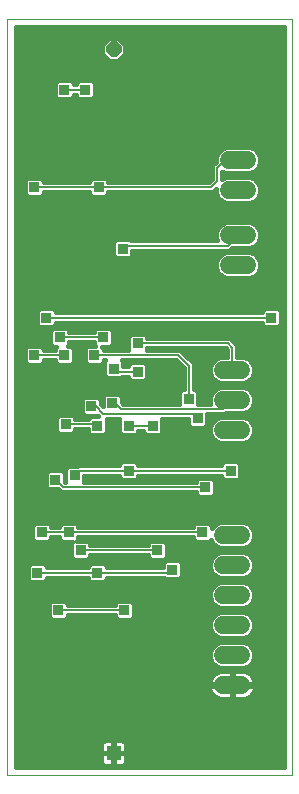
<source format=gbl>
G75*
%MOIN*%
%OFA0B0*%
%FSLAX24Y24*%
%IPPOS*%
%LPD*%
%AMOC8*
5,1,8,0,0,1.08239X$1,22.5*
%
%ADD10C,0.0000*%
%ADD11OC8,0.0502*%
%ADD12R,0.0502X0.0502*%
%ADD13C,0.0600*%
%ADD14C,0.0160*%
%ADD15R,0.0356X0.0356*%
%ADD16C,0.0060*%
D10*
X000180Y000180D02*
X000180Y025380D01*
X009680Y025380D01*
X009680Y000180D01*
X000180Y000180D01*
D11*
X003727Y024370D03*
D12*
X003727Y000905D03*
D13*
X007380Y003180D02*
X007980Y003180D01*
X007980Y004180D02*
X007380Y004180D01*
X007380Y005180D02*
X007980Y005180D01*
X007980Y006180D02*
X007380Y006180D01*
X007380Y007180D02*
X007980Y007180D01*
X007980Y008180D02*
X007380Y008180D01*
X007380Y011680D02*
X007980Y011680D01*
X007980Y012680D02*
X007380Y012680D01*
X007380Y013680D02*
X007980Y013680D01*
X008180Y017180D02*
X007580Y017180D01*
X007580Y018180D02*
X008180Y018180D01*
X008180Y019680D02*
X007580Y019680D01*
X007580Y020680D02*
X008180Y020680D01*
D14*
X008268Y020240D02*
X008429Y020307D01*
X008553Y020431D01*
X008620Y020592D01*
X008620Y020768D01*
X008553Y020929D01*
X008429Y021053D01*
X008268Y021120D01*
X007492Y021120D01*
X007331Y021053D01*
X007207Y020929D01*
X007140Y020768D01*
X007140Y020630D01*
X007010Y020500D01*
X007010Y020050D01*
X006910Y019950D01*
X003548Y019950D01*
X003548Y020016D01*
X003466Y020098D01*
X002994Y020098D01*
X002912Y020016D01*
X002912Y019950D01*
X001398Y019950D01*
X001398Y020016D01*
X001316Y020098D01*
X000844Y020098D01*
X000762Y020016D01*
X000762Y019544D01*
X000844Y019462D01*
X001316Y019462D01*
X001398Y019544D01*
X001398Y019610D01*
X002912Y019610D01*
X002912Y019544D01*
X002994Y019462D01*
X003466Y019462D01*
X003548Y019544D01*
X003548Y019610D01*
X007050Y019610D01*
X007140Y019700D01*
X007140Y019592D01*
X007207Y019431D01*
X007331Y019307D01*
X007492Y019240D01*
X008268Y019240D01*
X008429Y019307D01*
X008553Y019431D01*
X008620Y019592D01*
X008620Y019768D01*
X008553Y019929D01*
X008429Y020053D01*
X008268Y020120D01*
X007492Y020120D01*
X007350Y020061D01*
X007350Y020299D01*
X007492Y020240D01*
X008268Y020240D01*
X008432Y020310D02*
X009400Y020310D01*
X009400Y020468D02*
X008568Y020468D01*
X008620Y020627D02*
X009400Y020627D01*
X009400Y020785D02*
X008613Y020785D01*
X008539Y020944D02*
X009400Y020944D01*
X009400Y021102D02*
X008311Y021102D01*
X008490Y019993D02*
X009400Y019993D01*
X009400Y020151D02*
X007350Y020151D01*
X007140Y019676D02*
X007116Y019676D01*
X007171Y019517D02*
X003521Y019517D01*
X003548Y019993D02*
X006952Y019993D01*
X007010Y020151D02*
X000460Y020151D01*
X000460Y019993D02*
X000762Y019993D01*
X000762Y019834D02*
X000460Y019834D01*
X000460Y019676D02*
X000762Y019676D01*
X000789Y019517D02*
X000460Y019517D01*
X000460Y019359D02*
X007279Y019359D01*
X007492Y018620D02*
X007331Y018553D01*
X007207Y018429D01*
X007140Y018268D01*
X007140Y018092D01*
X007178Y018000D01*
X004314Y018000D01*
X004266Y018048D01*
X003794Y018048D01*
X003712Y017966D01*
X003712Y017494D01*
X003794Y017412D01*
X004266Y017412D01*
X004348Y017494D01*
X004348Y017660D01*
X007600Y017660D01*
X007680Y017740D01*
X008268Y017740D01*
X008429Y017807D01*
X008553Y017931D01*
X008620Y018092D01*
X008620Y018268D01*
X008553Y018429D01*
X008429Y018553D01*
X008268Y018620D01*
X007492Y018620D01*
X007362Y018566D02*
X000460Y018566D01*
X000460Y018408D02*
X007198Y018408D01*
X007140Y018249D02*
X000460Y018249D01*
X000460Y018091D02*
X007141Y018091D01*
X007331Y017553D02*
X007207Y017429D01*
X007140Y017268D01*
X007140Y017092D01*
X007207Y016931D01*
X007331Y016807D01*
X007492Y016740D01*
X008268Y016740D01*
X008429Y016807D01*
X008553Y016931D01*
X008620Y017092D01*
X008620Y017268D01*
X008553Y017429D01*
X008429Y017553D01*
X008268Y017620D01*
X007492Y017620D01*
X007331Y017553D01*
X007234Y017457D02*
X004311Y017457D01*
X004348Y017615D02*
X007480Y017615D01*
X007153Y017298D02*
X000460Y017298D01*
X000460Y017140D02*
X007140Y017140D01*
X007186Y016981D02*
X000460Y016981D01*
X000460Y016823D02*
X007315Y016823D01*
X007600Y014750D02*
X004848Y014750D01*
X004848Y014816D01*
X004766Y014898D01*
X004294Y014898D01*
X004212Y014816D01*
X004212Y014350D01*
X003398Y014350D01*
X003398Y014416D01*
X003352Y014462D01*
X003616Y014462D01*
X003698Y014544D01*
X003698Y015016D01*
X003616Y015098D01*
X003144Y015098D01*
X003062Y015016D01*
X003062Y014950D01*
X002248Y014950D01*
X002248Y015016D01*
X002166Y015098D01*
X001694Y015098D01*
X001612Y015016D01*
X001612Y014544D01*
X001694Y014462D01*
X001808Y014462D01*
X001762Y014416D01*
X001762Y014350D01*
X001398Y014350D01*
X001398Y014416D01*
X001316Y014498D01*
X000844Y014498D01*
X000762Y014416D01*
X000762Y013944D01*
X000844Y013862D01*
X001316Y013862D01*
X001398Y013944D01*
X001398Y014010D01*
X001762Y014010D01*
X001762Y013944D01*
X001844Y013862D01*
X002316Y013862D01*
X002398Y013944D01*
X002398Y014416D01*
X002316Y014498D01*
X002202Y014498D01*
X002248Y014544D01*
X002248Y014610D01*
X003062Y014610D01*
X003062Y014544D01*
X003108Y014498D01*
X002844Y014498D01*
X002762Y014416D01*
X002762Y013944D01*
X002844Y013862D01*
X003316Y013862D01*
X003398Y013944D01*
X003398Y014010D01*
X003456Y014010D01*
X003412Y013966D01*
X003412Y013494D01*
X000460Y013494D01*
X000460Y013336D02*
X004270Y013336D01*
X004294Y013312D02*
X004766Y013312D01*
X004848Y013394D01*
X004848Y013866D01*
X004766Y013948D01*
X004294Y013948D01*
X004212Y013866D01*
X004212Y013800D01*
X004048Y013800D01*
X004048Y013966D01*
X004004Y014010D01*
X005810Y014010D01*
X006060Y013760D01*
X006060Y013048D01*
X005994Y013048D01*
X005912Y012966D01*
X005912Y012550D01*
X004050Y012550D01*
X003998Y012602D01*
X003998Y012816D01*
X003916Y012898D01*
X003444Y012898D01*
X003362Y012816D01*
X003362Y012489D01*
X003298Y012552D01*
X003298Y012716D01*
X003216Y012798D01*
X002744Y012798D01*
X002662Y012716D01*
X002662Y012244D01*
X002744Y012162D01*
X003208Y012162D01*
X003221Y012148D01*
X002944Y012148D01*
X002862Y012066D01*
X002862Y012050D01*
X002448Y012050D01*
X002448Y012116D01*
X002366Y012198D01*
X001894Y012198D01*
X001812Y012116D01*
X001812Y011644D01*
X001894Y011562D01*
X002366Y011562D01*
X002448Y011644D01*
X002448Y011710D01*
X002862Y011710D01*
X002862Y011594D01*
X002944Y011512D01*
X003416Y011512D01*
X003498Y011594D01*
X003498Y012060D01*
X003912Y012060D01*
X003912Y011594D01*
X003994Y011512D01*
X004466Y011512D01*
X004548Y011594D01*
X004548Y011660D01*
X004712Y011660D01*
X004712Y011594D01*
X004794Y011512D01*
X005266Y011512D01*
X005348Y011594D01*
X005348Y012060D01*
X006212Y012060D01*
X006212Y011844D01*
X006294Y011762D01*
X006766Y011762D01*
X006848Y011844D01*
X006848Y012210D01*
X007450Y012210D01*
X007480Y012240D01*
X008068Y012240D01*
X008229Y012307D01*
X008353Y012431D01*
X008420Y012592D01*
X008420Y012768D01*
X008353Y012929D01*
X008229Y013053D01*
X008068Y013120D01*
X007292Y013120D01*
X007131Y013053D01*
X007007Y012929D01*
X006940Y012768D01*
X006940Y012592D01*
X006958Y012550D01*
X006548Y012550D01*
X006548Y012966D01*
X006466Y013048D01*
X006400Y013048D01*
X006400Y013900D01*
X006050Y014250D01*
X005950Y014350D01*
X004848Y014350D01*
X004848Y014410D01*
X007460Y014410D01*
X007510Y014360D01*
X007510Y014120D01*
X007292Y014120D01*
X007131Y014053D01*
X007007Y013929D01*
X006940Y013768D01*
X006940Y013592D01*
X007007Y013431D01*
X007131Y013307D01*
X007292Y013240D01*
X008068Y013240D01*
X008229Y013307D01*
X008353Y013431D01*
X008420Y013592D01*
X008420Y013768D01*
X008353Y013929D01*
X008229Y014053D01*
X008068Y014120D01*
X007850Y014120D01*
X007850Y014500D01*
X007600Y014750D01*
X007747Y014604D02*
X009400Y014604D01*
X009400Y014762D02*
X004848Y014762D01*
X004848Y013811D02*
X006009Y013811D01*
X006060Y013653D02*
X004848Y013653D01*
X004848Y013494D02*
X006060Y013494D01*
X006060Y013336D02*
X004790Y013336D01*
X004294Y013312D02*
X004212Y013394D01*
X004212Y013460D01*
X004014Y013460D01*
X003966Y013412D01*
X003494Y013412D01*
X003412Y013494D01*
X003412Y013653D02*
X000460Y013653D01*
X000460Y013811D02*
X003412Y013811D01*
X003398Y013970D02*
X003415Y013970D01*
X003369Y014445D02*
X004212Y014445D01*
X004212Y014604D02*
X003698Y014604D01*
X003698Y014762D02*
X004212Y014762D01*
X004045Y013970D02*
X005850Y013970D01*
X006014Y014287D02*
X007510Y014287D01*
X007510Y014128D02*
X006172Y014128D01*
X006331Y013970D02*
X007047Y013970D01*
X006958Y013811D02*
X006400Y013811D01*
X006400Y013653D02*
X006940Y013653D01*
X006981Y013494D02*
X006400Y013494D01*
X006400Y013336D02*
X007102Y013336D01*
X007096Y013019D02*
X006496Y013019D01*
X006548Y012860D02*
X006978Y012860D01*
X006940Y012702D02*
X006548Y012702D01*
X006400Y013177D02*
X009400Y013177D01*
X009400Y013019D02*
X008264Y013019D01*
X008382Y012860D02*
X009400Y012860D01*
X009400Y012702D02*
X008420Y012702D01*
X008400Y012543D02*
X009400Y012543D01*
X009400Y012385D02*
X008307Y012385D01*
X008194Y012068D02*
X009400Y012068D01*
X009400Y012226D02*
X007466Y012226D01*
X007292Y012120D02*
X007131Y012053D01*
X007007Y011929D01*
X006940Y011768D01*
X006940Y011592D01*
X005346Y011592D01*
X005348Y011751D02*
X006940Y011751D01*
X006940Y011592D02*
X007007Y011431D01*
X007131Y011307D01*
X007292Y011240D01*
X008068Y011240D01*
X008229Y011307D01*
X008353Y011431D01*
X008420Y011592D01*
X009400Y011592D01*
X009400Y011434D02*
X008354Y011434D01*
X008420Y011592D02*
X008420Y011768D01*
X008353Y011929D01*
X008229Y012053D01*
X008068Y012120D01*
X007292Y012120D01*
X007166Y012068D02*
X006848Y012068D01*
X006848Y011909D02*
X006999Y011909D01*
X007006Y011434D02*
X000460Y011434D01*
X000460Y011592D02*
X001864Y011592D01*
X001812Y011751D02*
X000460Y011751D01*
X000460Y011909D02*
X001812Y011909D01*
X001812Y012068D02*
X000460Y012068D01*
X000460Y012226D02*
X002680Y012226D01*
X002662Y012385D02*
X000460Y012385D01*
X000460Y012543D02*
X002662Y012543D01*
X002662Y012702D02*
X000460Y012702D01*
X000460Y012860D02*
X003406Y012860D01*
X003362Y012702D02*
X003298Y012702D01*
X003307Y012543D02*
X003362Y012543D01*
X003498Y011909D02*
X003912Y011909D01*
X003912Y011751D02*
X003498Y011751D01*
X003496Y011592D02*
X003914Y011592D01*
X003994Y010648D02*
X003912Y010566D01*
X003912Y010500D01*
X002510Y010500D01*
X002508Y010498D01*
X002194Y010498D01*
X002112Y010416D01*
X002112Y009950D01*
X002100Y009950D01*
X002098Y009952D01*
X002098Y010266D01*
X002016Y010348D01*
X001544Y010348D01*
X001462Y010266D01*
X001462Y009794D01*
X001544Y009712D01*
X001858Y009712D01*
X001860Y009710D01*
X001960Y009610D01*
X006462Y009610D01*
X006462Y009544D01*
X006544Y009462D01*
X007016Y009462D01*
X007098Y009544D01*
X007098Y010016D01*
X007016Y010098D01*
X006544Y010098D01*
X006462Y010016D01*
X006462Y009950D01*
X002748Y009950D01*
X002748Y010160D01*
X003912Y010160D01*
X003912Y010094D01*
X003994Y010012D01*
X004466Y010012D01*
X004548Y010094D01*
X004548Y010160D01*
X007312Y010160D01*
X007312Y010094D01*
X007394Y010012D01*
X007866Y010012D01*
X007948Y010094D01*
X007948Y010566D01*
X007866Y010648D01*
X007394Y010648D01*
X007312Y010566D01*
X007312Y010500D01*
X004548Y010500D01*
X004548Y010566D01*
X004466Y010648D01*
X003994Y010648D01*
X003987Y010641D02*
X000460Y010641D01*
X000460Y010483D02*
X002178Y010483D01*
X002112Y010324D02*
X002040Y010324D01*
X002098Y010166D02*
X002112Y010166D01*
X002098Y010007D02*
X002112Y010007D01*
X001880Y009690D02*
X000460Y009690D01*
X000460Y009532D02*
X006474Y009532D01*
X006462Y010007D02*
X002748Y010007D01*
X002466Y008598D02*
X001994Y008598D01*
X001912Y008516D01*
X001912Y008450D01*
X001648Y008450D01*
X001648Y008516D01*
X001566Y008598D01*
X001094Y008598D01*
X001012Y008516D01*
X001012Y008044D01*
X001094Y007962D01*
X001566Y007962D01*
X001648Y008044D01*
X001648Y008110D01*
X001912Y008110D01*
X001912Y008044D01*
X001994Y007962D01*
X002358Y007962D01*
X002312Y007916D01*
X002312Y007444D01*
X002394Y007362D01*
X002866Y007362D01*
X002948Y007444D01*
X002948Y007510D01*
X004862Y007510D01*
X004862Y007444D01*
X004944Y007362D01*
X005416Y007362D01*
X005498Y007444D01*
X005498Y007916D01*
X005416Y007998D01*
X004944Y007998D01*
X004862Y007916D01*
X004862Y007850D01*
X002948Y007850D01*
X002948Y007916D01*
X002866Y007998D01*
X002502Y007998D01*
X002548Y008044D01*
X002548Y008110D01*
X006362Y008110D01*
X006362Y008044D01*
X006444Y007962D01*
X006916Y007962D01*
X006971Y008017D01*
X007007Y007931D01*
X007131Y007807D01*
X007292Y007740D01*
X008068Y007740D01*
X008229Y007807D01*
X008353Y007931D01*
X008420Y008092D01*
X008420Y008268D01*
X008353Y008429D01*
X008229Y008553D01*
X008068Y008620D01*
X007292Y008620D01*
X007131Y008553D01*
X007007Y008429D01*
X006998Y008408D01*
X006998Y008516D01*
X006916Y008598D01*
X006444Y008598D01*
X006362Y008516D01*
X006362Y008450D01*
X002548Y008450D01*
X002548Y008516D01*
X002466Y008598D01*
X002484Y008581D02*
X006426Y008581D01*
X006362Y008105D02*
X002548Y008105D01*
X002342Y007947D02*
X000460Y007947D01*
X000460Y008105D02*
X001012Y008105D01*
X001012Y008264D02*
X000460Y008264D01*
X000460Y008422D02*
X001012Y008422D01*
X001076Y008581D02*
X000460Y008581D01*
X000460Y008739D02*
X009400Y008739D01*
X009400Y008581D02*
X008163Y008581D01*
X008356Y008422D02*
X009400Y008422D01*
X009400Y008264D02*
X008420Y008264D01*
X008420Y008105D02*
X009400Y008105D01*
X009400Y007947D02*
X008360Y007947D01*
X008183Y007788D02*
X009400Y007788D01*
X009400Y007630D02*
X005498Y007630D01*
X005498Y007788D02*
X007177Y007788D01*
X007292Y007620D02*
X007131Y007553D01*
X007007Y007429D01*
X006940Y007268D01*
X006940Y007092D01*
X007007Y006931D01*
X007131Y006807D01*
X007292Y006740D01*
X008068Y006740D01*
X008229Y006807D01*
X008353Y006931D01*
X008420Y007092D01*
X008420Y007268D01*
X008353Y007429D01*
X008229Y007553D01*
X008068Y007620D01*
X007292Y007620D01*
X007049Y007471D02*
X005498Y007471D01*
X005444Y007348D02*
X005362Y007266D01*
X005362Y007100D01*
X003498Y007100D01*
X003498Y007166D01*
X003416Y007248D01*
X002944Y007248D01*
X002862Y007166D01*
X002862Y007100D01*
X001498Y007100D01*
X001498Y007166D01*
X001416Y007248D01*
X000944Y007248D01*
X000862Y007166D01*
X000862Y006694D01*
X000944Y006612D01*
X001416Y006612D01*
X001498Y006694D01*
X001498Y006760D01*
X002862Y006760D01*
X002862Y006694D01*
X002944Y006612D01*
X003416Y006612D01*
X003498Y006694D01*
X003498Y006760D01*
X005396Y006760D01*
X005444Y006712D01*
X005916Y006712D01*
X005998Y006794D01*
X005998Y007266D01*
X005916Y007348D01*
X005444Y007348D01*
X005408Y007313D02*
X000460Y007313D01*
X000460Y007471D02*
X002312Y007471D01*
X002312Y007630D02*
X000460Y007630D01*
X000460Y007788D02*
X002312Y007788D01*
X001976Y008581D02*
X001584Y008581D01*
X001648Y008105D02*
X001912Y008105D01*
X001498Y007154D02*
X002862Y007154D01*
X002877Y006679D02*
X001483Y006679D01*
X001644Y005998D02*
X001562Y005916D01*
X001562Y005444D01*
X001644Y005362D01*
X002116Y005362D01*
X002198Y005444D01*
X002198Y005510D01*
X003762Y005510D01*
X003762Y005444D01*
X003844Y005362D01*
X004316Y005362D01*
X004398Y005444D01*
X004398Y005916D01*
X004316Y005998D01*
X003844Y005998D01*
X003762Y005916D01*
X003762Y005850D01*
X002198Y005850D01*
X002198Y005916D01*
X002116Y005998D01*
X001644Y005998D01*
X001562Y005886D02*
X000460Y005886D01*
X000460Y005728D02*
X001562Y005728D01*
X001562Y005569D02*
X000460Y005569D01*
X000460Y005411D02*
X001595Y005411D01*
X002165Y005411D02*
X003795Y005411D01*
X003762Y005886D02*
X002198Y005886D01*
X002948Y007471D02*
X004862Y007471D01*
X004892Y007947D02*
X002918Y007947D01*
X003498Y007154D02*
X005362Y007154D01*
X005468Y007947D02*
X007000Y007947D01*
X006998Y008422D02*
X007004Y008422D01*
X006934Y008581D02*
X007197Y008581D01*
X007086Y009532D02*
X009400Y009532D01*
X009400Y009690D02*
X007098Y009690D01*
X007098Y009849D02*
X009400Y009849D01*
X009400Y010007D02*
X007098Y010007D01*
X007387Y010641D02*
X004473Y010641D01*
X004546Y011592D02*
X004714Y011592D01*
X005348Y011909D02*
X006212Y011909D01*
X005912Y012702D02*
X003998Y012702D01*
X003954Y012860D02*
X005912Y012860D01*
X005964Y013019D02*
X000460Y013019D01*
X000460Y013177D02*
X006060Y013177D01*
X007208Y011275D02*
X000460Y011275D01*
X000460Y011117D02*
X009400Y011117D01*
X009400Y011275D02*
X008152Y011275D01*
X008361Y011909D02*
X009400Y011909D01*
X009400Y011751D02*
X008420Y011751D01*
X007948Y010483D02*
X009400Y010483D01*
X009400Y010641D02*
X007873Y010641D01*
X007948Y010324D02*
X009400Y010324D01*
X009400Y010166D02*
X007948Y010166D01*
X008311Y007471D02*
X009400Y007471D01*
X009400Y007313D02*
X008401Y007313D01*
X008420Y007154D02*
X009400Y007154D01*
X009400Y006996D02*
X008380Y006996D01*
X008259Y006837D02*
X009400Y006837D01*
X009400Y006679D02*
X003483Y006679D01*
X004398Y005886D02*
X007052Y005886D01*
X007007Y005931D02*
X007131Y005807D01*
X007292Y005740D01*
X008068Y005740D01*
X008229Y005807D01*
X008353Y005931D01*
X008420Y006092D01*
X008420Y006268D01*
X008353Y006429D01*
X008229Y006553D01*
X008068Y006620D01*
X007292Y006620D01*
X007131Y006553D01*
X007007Y006429D01*
X006940Y006268D01*
X006940Y006092D01*
X007007Y005931D01*
X006960Y006045D02*
X000460Y006045D01*
X000460Y006203D02*
X006940Y006203D01*
X006979Y006362D02*
X000460Y006362D01*
X000460Y006520D02*
X007098Y006520D01*
X007101Y006837D02*
X005998Y006837D01*
X005998Y006996D02*
X006980Y006996D01*
X006940Y007154D02*
X005998Y007154D01*
X005952Y007313D02*
X006959Y007313D01*
X007292Y005620D02*
X007131Y005553D01*
X007007Y005429D01*
X006940Y005268D01*
X006940Y005092D01*
X007007Y004931D01*
X007131Y004807D01*
X007292Y004740D01*
X008068Y004740D01*
X008229Y004807D01*
X008353Y004931D01*
X008420Y005092D01*
X008420Y005268D01*
X008353Y005429D01*
X008229Y005553D01*
X008068Y005620D01*
X007292Y005620D01*
X007169Y005569D02*
X004398Y005569D01*
X004398Y005728D02*
X009400Y005728D01*
X009400Y005886D02*
X008308Y005886D01*
X008400Y006045D02*
X009400Y006045D01*
X009400Y006203D02*
X008420Y006203D01*
X008381Y006362D02*
X009400Y006362D01*
X009400Y006520D02*
X008262Y006520D01*
X008191Y005569D02*
X009400Y005569D01*
X009400Y005411D02*
X008361Y005411D01*
X008420Y005252D02*
X009400Y005252D01*
X009400Y005094D02*
X008420Y005094D01*
X008355Y004935D02*
X009400Y004935D01*
X009400Y004777D02*
X008156Y004777D01*
X008072Y004618D02*
X009400Y004618D01*
X009400Y004460D02*
X008323Y004460D01*
X008353Y004429D02*
X008229Y004553D01*
X008068Y004620D01*
X007292Y004620D01*
X007131Y004553D01*
X007007Y004429D01*
X006940Y004268D01*
X006940Y004092D01*
X007007Y003931D01*
X007131Y003807D01*
X007292Y003740D01*
X008068Y003740D01*
X008229Y003807D01*
X008353Y003931D01*
X008420Y004092D01*
X008420Y004268D01*
X008353Y004429D01*
X008406Y004301D02*
X009400Y004301D01*
X009400Y004143D02*
X008420Y004143D01*
X008375Y003984D02*
X009400Y003984D01*
X009400Y003826D02*
X008248Y003826D01*
X008164Y003625D02*
X008232Y003591D01*
X008293Y003546D01*
X008346Y003493D01*
X008391Y003432D01*
X008425Y003364D01*
X008448Y003292D01*
X008460Y003218D01*
X008460Y003200D01*
X007700Y003200D01*
X007660Y003200D01*
X007660Y003660D01*
X007342Y003660D01*
X007268Y003648D01*
X007196Y003625D01*
X007128Y003591D01*
X007067Y003546D01*
X007014Y003493D01*
X006969Y003432D01*
X006935Y003364D01*
X006912Y003292D01*
X006900Y003218D01*
X006900Y003200D01*
X007660Y003200D01*
X007660Y003160D01*
X007700Y003160D01*
X007700Y003200D01*
X007700Y003660D01*
X008018Y003660D01*
X008092Y003648D01*
X008164Y003625D01*
X008330Y003509D02*
X009400Y003509D01*
X009400Y003667D02*
X000460Y003667D01*
X000460Y003509D02*
X007030Y003509D01*
X006931Y003350D02*
X000460Y003350D01*
X000460Y003192D02*
X007660Y003192D01*
X007660Y003160D02*
X006900Y003160D01*
X006900Y003142D01*
X006912Y003068D01*
X006935Y002996D01*
X006969Y002928D01*
X007014Y002867D01*
X007067Y002814D01*
X007128Y002769D01*
X007196Y002735D01*
X007268Y002712D01*
X007342Y002700D01*
X007660Y002700D01*
X007660Y003160D01*
X007700Y003160D02*
X007700Y002700D01*
X008018Y002700D01*
X008092Y002712D01*
X008164Y002735D01*
X008232Y002769D01*
X008293Y002814D01*
X008346Y002867D01*
X008391Y002928D01*
X008425Y002996D01*
X008448Y003068D01*
X008460Y003142D01*
X008460Y003160D01*
X007700Y003160D01*
X007700Y003192D02*
X009400Y003192D01*
X009400Y003350D02*
X008429Y003350D01*
X008437Y003033D02*
X009400Y003033D01*
X009400Y002875D02*
X008351Y002875D01*
X008105Y002716D02*
X009400Y002716D01*
X009400Y002558D02*
X000460Y002558D01*
X000460Y002716D02*
X007255Y002716D01*
X007009Y002875D02*
X000460Y002875D01*
X000460Y003033D02*
X006923Y003033D01*
X007112Y003826D02*
X000460Y003826D01*
X000460Y003984D02*
X006985Y003984D01*
X006940Y004143D02*
X000460Y004143D01*
X000460Y004301D02*
X006954Y004301D01*
X007037Y004460D02*
X000460Y004460D01*
X000460Y004618D02*
X007288Y004618D01*
X007204Y004777D02*
X000460Y004777D01*
X000460Y004935D02*
X007005Y004935D01*
X006940Y005094D02*
X000460Y005094D01*
X000460Y005252D02*
X006940Y005252D01*
X006999Y005411D02*
X004365Y005411D01*
X004002Y001336D02*
X003731Y001336D01*
X003731Y000909D01*
X003724Y000909D01*
X003724Y001336D01*
X003453Y001336D01*
X003407Y001324D01*
X003366Y001300D01*
X003332Y001267D01*
X003309Y001226D01*
X003296Y001180D01*
X003296Y000909D01*
X003724Y000909D01*
X003724Y000902D01*
X003296Y000902D01*
X003296Y000631D01*
X003309Y000585D01*
X003332Y000544D01*
X003366Y000510D01*
X003407Y000486D01*
X003453Y000474D01*
X003724Y000474D01*
X003724Y000902D01*
X003731Y000902D01*
X003731Y000909D01*
X004158Y000909D01*
X004158Y001180D01*
X004146Y001226D01*
X004122Y001267D01*
X004089Y001300D01*
X004048Y001324D01*
X004002Y001336D01*
X004099Y001290D02*
X009400Y001290D01*
X009400Y001448D02*
X000460Y001448D01*
X000460Y001290D02*
X003355Y001290D01*
X003296Y001131D02*
X000460Y001131D01*
X000460Y000973D02*
X003296Y000973D01*
X003296Y000814D02*
X000460Y000814D01*
X000460Y000656D02*
X003296Y000656D01*
X003389Y000497D02*
X000460Y000497D01*
X000460Y000460D02*
X000460Y025100D01*
X009400Y025100D01*
X009400Y000460D01*
X000460Y000460D01*
X000460Y001607D02*
X009400Y001607D01*
X009400Y001765D02*
X000460Y001765D01*
X000460Y001924D02*
X009400Y001924D01*
X009400Y002082D02*
X000460Y002082D01*
X000460Y002241D02*
X009400Y002241D01*
X009400Y002399D02*
X000460Y002399D01*
X000460Y006679D02*
X000877Y006679D01*
X000862Y006837D02*
X000460Y006837D01*
X000460Y006996D02*
X000862Y006996D01*
X000862Y007154D02*
X000460Y007154D01*
X000460Y008898D02*
X009400Y008898D01*
X009400Y009056D02*
X000460Y009056D01*
X000460Y009215D02*
X009400Y009215D01*
X009400Y009373D02*
X000460Y009373D01*
X000460Y009849D02*
X001462Y009849D01*
X001462Y010007D02*
X000460Y010007D01*
X000460Y010166D02*
X001462Y010166D01*
X001520Y010324D02*
X000460Y010324D01*
X000460Y010800D02*
X009400Y010800D01*
X009400Y010958D02*
X000460Y010958D01*
X000460Y013970D02*
X000762Y013970D01*
X000762Y014128D02*
X000460Y014128D01*
X000460Y014287D02*
X000762Y014287D01*
X000791Y014445D02*
X000460Y014445D01*
X000460Y014604D02*
X001612Y014604D01*
X001612Y014762D02*
X000460Y014762D01*
X000460Y014921D02*
X001612Y014921D01*
X001675Y015079D02*
X000460Y015079D01*
X000460Y015238D02*
X001162Y015238D01*
X001162Y015194D02*
X001244Y015112D01*
X001716Y015112D01*
X001798Y015194D01*
X001798Y015260D01*
X008662Y015260D01*
X008662Y015194D01*
X008744Y015112D01*
X009216Y015112D01*
X009298Y015194D01*
X009298Y015666D01*
X009216Y015748D01*
X008744Y015748D01*
X008662Y015666D01*
X008662Y015600D01*
X001798Y015600D01*
X001798Y015666D01*
X001716Y015748D01*
X001244Y015748D01*
X001162Y015666D01*
X001162Y015194D01*
X001162Y015396D02*
X000460Y015396D01*
X000460Y015555D02*
X001162Y015555D01*
X001209Y015713D02*
X000460Y015713D01*
X000460Y015872D02*
X009400Y015872D01*
X009400Y016030D02*
X000460Y016030D01*
X000460Y016189D02*
X009400Y016189D01*
X009400Y016347D02*
X000460Y016347D01*
X000460Y016506D02*
X009400Y016506D01*
X009400Y016664D02*
X000460Y016664D01*
X000460Y017457D02*
X003749Y017457D01*
X003712Y017615D02*
X000460Y017615D01*
X000460Y017774D02*
X003712Y017774D01*
X003712Y017932D02*
X000460Y017932D01*
X000460Y018725D02*
X009400Y018725D01*
X009400Y018883D02*
X000460Y018883D01*
X000460Y019042D02*
X009400Y019042D01*
X009400Y019200D02*
X000460Y019200D01*
X000460Y020310D02*
X007010Y020310D01*
X007010Y020468D02*
X000460Y020468D01*
X000460Y020627D02*
X007136Y020627D01*
X007147Y020785D02*
X000460Y020785D01*
X000460Y020944D02*
X007221Y020944D01*
X007449Y021102D02*
X000460Y021102D01*
X000460Y021261D02*
X009400Y021261D01*
X009400Y021419D02*
X000460Y021419D01*
X000460Y021578D02*
X009400Y021578D01*
X009400Y021736D02*
X000460Y021736D01*
X000460Y021895D02*
X009400Y021895D01*
X009400Y022053D02*
X000460Y022053D01*
X000460Y022212D02*
X009400Y022212D01*
X009400Y022370D02*
X000460Y022370D01*
X000460Y022529D02*
X009400Y022529D01*
X009400Y022687D02*
X000460Y022687D01*
X000460Y022846D02*
X001762Y022846D01*
X001762Y022794D02*
X001844Y022712D01*
X002316Y022712D01*
X002398Y022794D01*
X002398Y022860D01*
X002462Y022860D01*
X002462Y022794D01*
X002544Y022712D01*
X003016Y022712D01*
X003098Y022794D01*
X003098Y023266D01*
X003016Y023348D01*
X002544Y023348D01*
X002462Y023266D01*
X002462Y023200D01*
X002398Y023200D01*
X002398Y023266D01*
X002316Y023348D01*
X001844Y023348D01*
X001762Y023266D01*
X001762Y022794D01*
X001762Y023004D02*
X000460Y023004D01*
X000460Y023163D02*
X001762Y023163D01*
X001817Y023321D02*
X000460Y023321D01*
X000460Y023480D02*
X009400Y023480D01*
X009400Y023638D02*
X000460Y023638D01*
X000460Y023797D02*
X009400Y023797D01*
X009400Y023955D02*
X000460Y023955D01*
X000460Y024114D02*
X003431Y024114D01*
X003336Y024208D02*
X003336Y024532D01*
X003565Y024761D01*
X003889Y024761D01*
X004118Y024532D01*
X004118Y024208D01*
X003889Y023979D01*
X003565Y023979D01*
X003336Y024208D01*
X003336Y024272D02*
X000460Y024272D01*
X000460Y024431D02*
X003336Y024431D01*
X003394Y024589D02*
X000460Y024589D01*
X000460Y024748D02*
X003552Y024748D01*
X003902Y024748D02*
X009400Y024748D01*
X009400Y024906D02*
X000460Y024906D01*
X000460Y025065D02*
X009400Y025065D01*
X009400Y024589D02*
X004061Y024589D01*
X004118Y024431D02*
X009400Y024431D01*
X009400Y024272D02*
X004118Y024272D01*
X004024Y024114D02*
X009400Y024114D01*
X009400Y023321D02*
X003043Y023321D01*
X003098Y023163D02*
X009400Y023163D01*
X009400Y023004D02*
X003098Y023004D01*
X003098Y022846D02*
X009400Y022846D01*
X009400Y019834D02*
X008592Y019834D01*
X008620Y019676D02*
X009400Y019676D01*
X009400Y019517D02*
X008589Y019517D01*
X008481Y019359D02*
X009400Y019359D01*
X009400Y018566D02*
X008398Y018566D01*
X008562Y018408D02*
X009400Y018408D01*
X009400Y018249D02*
X008620Y018249D01*
X008619Y018091D02*
X009400Y018091D01*
X009400Y017932D02*
X008554Y017932D01*
X008348Y017774D02*
X009400Y017774D01*
X009400Y017615D02*
X008280Y017615D01*
X008526Y017457D02*
X009400Y017457D01*
X009400Y017298D02*
X008607Y017298D01*
X008620Y017140D02*
X009400Y017140D01*
X009400Y016981D02*
X008574Y016981D01*
X008445Y016823D02*
X009400Y016823D01*
X009400Y015713D02*
X009251Y015713D01*
X009298Y015555D02*
X009400Y015555D01*
X009400Y015396D02*
X009298Y015396D01*
X009298Y015238D02*
X009400Y015238D01*
X009400Y015079D02*
X003635Y015079D01*
X003698Y014921D02*
X009400Y014921D01*
X009400Y014445D02*
X007850Y014445D01*
X007850Y014287D02*
X009400Y014287D01*
X009400Y014128D02*
X007850Y014128D01*
X008258Y013336D02*
X009400Y013336D01*
X009400Y013494D02*
X008379Y013494D01*
X008420Y013653D02*
X009400Y013653D01*
X009400Y013811D02*
X008402Y013811D01*
X008313Y013970D02*
X009400Y013970D01*
X008709Y015713D02*
X001751Y015713D01*
X001798Y015238D02*
X008662Y015238D01*
X004212Y013811D02*
X004048Y013811D01*
X003062Y014604D02*
X002248Y014604D01*
X002185Y015079D02*
X003125Y015079D01*
X002791Y014445D02*
X002369Y014445D01*
X002398Y014287D02*
X002762Y014287D01*
X002762Y014128D02*
X002398Y014128D01*
X002398Y013970D02*
X002762Y013970D01*
X002863Y012068D02*
X002448Y012068D01*
X002396Y011592D02*
X002864Y011592D01*
X001791Y014445D02*
X001369Y014445D01*
X001398Y013970D02*
X001762Y013970D01*
X001371Y019517D02*
X002939Y019517D01*
X002912Y019993D02*
X001398Y019993D01*
X002398Y022846D02*
X002462Y022846D01*
X002517Y023321D02*
X002343Y023321D01*
X007660Y003509D02*
X007700Y003509D01*
X007700Y003350D02*
X007660Y003350D01*
X007660Y003033D02*
X007700Y003033D01*
X007700Y002875D02*
X007660Y002875D01*
X007660Y002716D02*
X007700Y002716D01*
X009400Y001131D02*
X004158Y001131D01*
X004158Y000973D02*
X009400Y000973D01*
X009400Y000814D02*
X004158Y000814D01*
X004158Y000902D02*
X003731Y000902D01*
X003731Y000474D01*
X004002Y000474D01*
X004048Y000486D01*
X004089Y000510D01*
X004122Y000544D01*
X004146Y000585D01*
X004158Y000631D01*
X004158Y000902D01*
X004158Y000656D02*
X009400Y000656D01*
X009400Y000497D02*
X004066Y000497D01*
X003731Y000497D02*
X003724Y000497D01*
X003724Y000656D02*
X003731Y000656D01*
X003724Y000814D02*
X003731Y000814D01*
X003724Y000973D02*
X003731Y000973D01*
X003724Y001131D02*
X003731Y001131D01*
X003724Y001290D02*
X003731Y001290D01*
D15*
X004080Y005680D03*
X003180Y006930D03*
X002630Y007680D03*
X002230Y008280D03*
X001780Y010030D03*
X002430Y010180D03*
X002130Y011880D03*
X001530Y012230D03*
X001080Y014180D03*
X001480Y015430D03*
X001930Y014780D03*
X002080Y014180D03*
X002980Y012480D03*
X003180Y011830D03*
X003680Y012580D03*
X003380Y013180D03*
X003730Y013730D03*
X003380Y014780D03*
X003080Y014180D03*
X003430Y016730D03*
X004030Y017730D03*
X003230Y019780D03*
X003180Y021280D03*
X002780Y023030D03*
X002080Y023030D03*
X001680Y021280D03*
X001080Y019780D03*
X004230Y011830D03*
X004230Y010330D03*
X005030Y011830D03*
X004530Y013630D03*
X004530Y014580D03*
X005080Y019080D03*
X006230Y012730D03*
X006530Y012080D03*
X006780Y009780D03*
X006680Y008280D03*
X005680Y007030D03*
X005180Y007680D03*
X007630Y010330D03*
X007780Y009330D03*
X008980Y015430D03*
X001880Y005680D03*
X001180Y006930D03*
X001330Y008280D03*
D16*
X002230Y008280D01*
X006680Y008280D01*
X006780Y009780D02*
X002030Y009780D01*
X001780Y010030D01*
X002430Y010180D02*
X002580Y010330D01*
X004230Y010330D01*
X007630Y010330D01*
X007380Y012380D02*
X003980Y012380D01*
X003780Y012580D01*
X003680Y012580D01*
X003380Y012230D02*
X003130Y012480D01*
X002980Y012480D01*
X003130Y011880D02*
X003180Y011830D01*
X003130Y011880D02*
X002130Y011880D01*
X002080Y014180D02*
X001080Y014180D01*
X001480Y015430D02*
X008980Y015430D01*
X007530Y017830D02*
X007880Y018180D01*
X007530Y017830D02*
X004130Y017830D01*
X004030Y017730D01*
X003230Y019780D02*
X001080Y019780D01*
X002080Y023030D02*
X002780Y023030D01*
X003230Y019780D02*
X006980Y019780D01*
X007180Y019980D01*
X007180Y020430D01*
X007430Y020680D01*
X007880Y020680D01*
X007530Y014580D02*
X007680Y014430D01*
X007680Y013680D01*
X007530Y014580D02*
X004530Y014580D01*
X004530Y013630D02*
X003830Y013630D01*
X003730Y013730D01*
X003380Y014780D02*
X001930Y014780D01*
X003080Y014180D02*
X005880Y014180D01*
X006230Y013830D01*
X006230Y012730D01*
X006380Y012230D02*
X003380Y012230D01*
X004230Y011830D02*
X005030Y011830D01*
X006380Y012230D02*
X006530Y012080D01*
X007380Y012380D02*
X007680Y012680D01*
X005680Y007030D02*
X005480Y006930D01*
X003180Y006930D01*
X001180Y006930D01*
X001880Y005680D02*
X004080Y005680D01*
X005180Y007680D02*
X002630Y007680D01*
M02*

</source>
